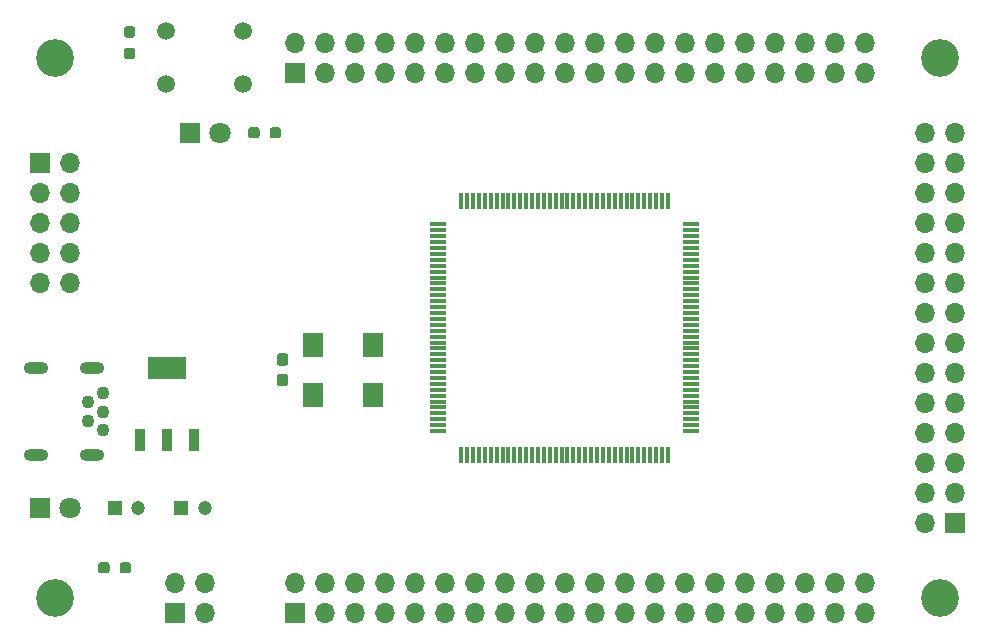
<source format=gbr>
%TF.GenerationSoftware,KiCad,Pcbnew,(5.1.9)-1*%
%TF.CreationDate,2021-02-04T20:28:27-06:00*%
%TF.ProjectId,Intel_10M02SCE144_Breakout_Board,496e7465-6c5f-4313-904d-303253434531,rev?*%
%TF.SameCoordinates,Original*%
%TF.FileFunction,Soldermask,Top*%
%TF.FilePolarity,Negative*%
%FSLAX46Y46*%
G04 Gerber Fmt 4.6, Leading zero omitted, Abs format (unit mm)*
G04 Created by KiCad (PCBNEW (5.1.9)-1) date 2021-02-04 20:28:27*
%MOMM*%
%LPD*%
G01*
G04 APERTURE LIST*
%ADD10R,1.475000X0.300000*%
%ADD11R,0.300000X1.475000*%
%ADD12C,1.200000*%
%ADD13R,1.200000X1.200000*%
%ADD14C,1.800000*%
%ADD15R,1.800000X1.800000*%
%ADD16R,1.700000X1.700000*%
%ADD17O,1.700000X1.700000*%
%ADD18R,3.200000X1.900000*%
%ADD19R,0.900000X1.900000*%
%ADD20C,1.500000*%
%ADD21R,1.800000X2.000000*%
%ADD22C,3.200000*%
%ADD23O,2.100000X1.000000*%
%ADD24C,1.100000*%
G04 APERTURE END LIST*
D10*
%TO.C,U1*%
X130232000Y-91580000D03*
X130232000Y-92080000D03*
X130232000Y-92580000D03*
X130232000Y-93080000D03*
X130232000Y-93580000D03*
X130232000Y-94080000D03*
X130232000Y-94580000D03*
X130232000Y-95080000D03*
X130232000Y-95580000D03*
X130232000Y-96080000D03*
X130232000Y-96580000D03*
X130232000Y-97080000D03*
X130232000Y-97580000D03*
X130232000Y-98080000D03*
X130232000Y-98580000D03*
X130232000Y-99080000D03*
X130232000Y-99580000D03*
X130232000Y-100080000D03*
X130232000Y-100580000D03*
X130232000Y-101080000D03*
X130232000Y-101580000D03*
X130232000Y-102080000D03*
X130232000Y-102580000D03*
X130232000Y-103080000D03*
X130232000Y-103580000D03*
X130232000Y-104080000D03*
X130232000Y-104580000D03*
X130232000Y-105080000D03*
X130232000Y-105580000D03*
X130232000Y-106080000D03*
X130232000Y-106580000D03*
X130232000Y-107080000D03*
X130232000Y-107580000D03*
X130232000Y-108080000D03*
X130232000Y-108580000D03*
X130232000Y-109080000D03*
D11*
X132220000Y-111068000D03*
X132720000Y-111068000D03*
X133220000Y-111068000D03*
X133720000Y-111068000D03*
X134220000Y-111068000D03*
X134720000Y-111068000D03*
X135220000Y-111068000D03*
X135720000Y-111068000D03*
X136220000Y-111068000D03*
X136720000Y-111068000D03*
X137220000Y-111068000D03*
X137720000Y-111068000D03*
X138220000Y-111068000D03*
X138720000Y-111068000D03*
X139220000Y-111068000D03*
X139720000Y-111068000D03*
X140220000Y-111068000D03*
X140720000Y-111068000D03*
X141220000Y-111068000D03*
X141720000Y-111068000D03*
X142220000Y-111068000D03*
X142720000Y-111068000D03*
X143220000Y-111068000D03*
X143720000Y-111068000D03*
X144220000Y-111068000D03*
X144720000Y-111068000D03*
X145220000Y-111068000D03*
X145720000Y-111068000D03*
X146220000Y-111068000D03*
X146720000Y-111068000D03*
X147220000Y-111068000D03*
X147720000Y-111068000D03*
X148220000Y-111068000D03*
X148720000Y-111068000D03*
X149220000Y-111068000D03*
X149720000Y-111068000D03*
D10*
X151708000Y-109080000D03*
X151708000Y-108580000D03*
X151708000Y-108080000D03*
X151708000Y-107580000D03*
X151708000Y-107080000D03*
X151708000Y-106580000D03*
X151708000Y-106080000D03*
X151708000Y-105580000D03*
X151708000Y-105080000D03*
X151708000Y-104580000D03*
X151708000Y-104080000D03*
X151708000Y-103580000D03*
X151708000Y-103080000D03*
X151708000Y-102580000D03*
X151708000Y-102080000D03*
X151708000Y-101580000D03*
X151708000Y-101080000D03*
X151708000Y-100580000D03*
X151708000Y-100080000D03*
X151708000Y-99580000D03*
X151708000Y-99080000D03*
X151708000Y-98580000D03*
X151708000Y-98080000D03*
X151708000Y-97580000D03*
X151708000Y-97080000D03*
X151708000Y-96580000D03*
X151708000Y-96080000D03*
X151708000Y-95580000D03*
X151708000Y-95080000D03*
X151708000Y-94580000D03*
X151708000Y-94080000D03*
X151708000Y-93580000D03*
X151708000Y-93080000D03*
X151708000Y-92580000D03*
X151708000Y-92080000D03*
X151708000Y-91580000D03*
D11*
X149720000Y-89592000D03*
X149220000Y-89592000D03*
X148720000Y-89592000D03*
X148220000Y-89592000D03*
X147720000Y-89592000D03*
X147220000Y-89592000D03*
X146720000Y-89592000D03*
X146220000Y-89592000D03*
X145720000Y-89592000D03*
X145220000Y-89592000D03*
X144720000Y-89592000D03*
X144220000Y-89592000D03*
X143720000Y-89592000D03*
X143220000Y-89592000D03*
X142720000Y-89592000D03*
X142220000Y-89592000D03*
X141720000Y-89592000D03*
X141220000Y-89592000D03*
X140720000Y-89592000D03*
X140220000Y-89592000D03*
X139720000Y-89592000D03*
X139220000Y-89592000D03*
X138720000Y-89592000D03*
X138220000Y-89592000D03*
X137720000Y-89592000D03*
X137220000Y-89592000D03*
X136720000Y-89592000D03*
X136220000Y-89592000D03*
X135720000Y-89592000D03*
X135220000Y-89592000D03*
X134720000Y-89592000D03*
X134220000Y-89592000D03*
X133720000Y-89592000D03*
X133220000Y-89592000D03*
X132720000Y-89592000D03*
X132220000Y-89592000D03*
%TD*%
D12*
%TO.C,C1*%
X104870000Y-115570000D03*
D13*
X102870000Y-115570000D03*
%TD*%
%TO.C,C2*%
X108490000Y-115570000D03*
D12*
X110490000Y-115570000D03*
%TD*%
%TO.C,C3*%
G36*
G01*
X117331500Y-103561000D02*
X116856500Y-103561000D01*
G75*
G02*
X116619000Y-103323500I0J237500D01*
G01*
X116619000Y-102723500D01*
G75*
G02*
X116856500Y-102486000I237500J0D01*
G01*
X117331500Y-102486000D01*
G75*
G02*
X117569000Y-102723500I0J-237500D01*
G01*
X117569000Y-103323500D01*
G75*
G02*
X117331500Y-103561000I-237500J0D01*
G01*
G37*
G36*
G01*
X117331500Y-105286000D02*
X116856500Y-105286000D01*
G75*
G02*
X116619000Y-105048500I0J237500D01*
G01*
X116619000Y-104448500D01*
G75*
G02*
X116856500Y-104211000I237500J0D01*
G01*
X117331500Y-104211000D01*
G75*
G02*
X117569000Y-104448500I0J-237500D01*
G01*
X117569000Y-105048500D01*
G75*
G02*
X117331500Y-105286000I-237500J0D01*
G01*
G37*
%TD*%
D14*
%TO.C,D1*%
X99060000Y-115570000D03*
D15*
X96520000Y-115570000D03*
%TD*%
%TO.C,D2*%
X109220000Y-83820000D03*
D14*
X111760000Y-83820000D03*
%TD*%
D16*
%TO.C,J2*%
X107950000Y-124460000D03*
D17*
X107950000Y-121920000D03*
X110490000Y-124460000D03*
X110490000Y-121920000D03*
%TD*%
%TO.C,J3*%
X166370000Y-121920000D03*
X166370000Y-124460000D03*
X163830000Y-121920000D03*
X163830000Y-124460000D03*
X161290000Y-121920000D03*
X161290000Y-124460000D03*
X158750000Y-121920000D03*
X158750000Y-124460000D03*
X156210000Y-121920000D03*
X156210000Y-124460000D03*
X153670000Y-121920000D03*
X153670000Y-124460000D03*
X151130000Y-121920000D03*
X151130000Y-124460000D03*
X148590000Y-121920000D03*
X148590000Y-124460000D03*
X146050000Y-121920000D03*
X146050000Y-124460000D03*
X143510000Y-121920000D03*
X143510000Y-124460000D03*
X140970000Y-121920000D03*
X140970000Y-124460000D03*
X138430000Y-121920000D03*
X138430000Y-124460000D03*
X135890000Y-121920000D03*
X135890000Y-124460000D03*
X133350000Y-121920000D03*
X133350000Y-124460000D03*
X130810000Y-121920000D03*
X130810000Y-124460000D03*
X128270000Y-121920000D03*
X128270000Y-124460000D03*
X125730000Y-121920000D03*
X125730000Y-124460000D03*
X123190000Y-121920000D03*
X123190000Y-124460000D03*
X120650000Y-121920000D03*
X120650000Y-124460000D03*
X118110000Y-121920000D03*
D16*
X118110000Y-124460000D03*
%TD*%
%TO.C,J4*%
X173990000Y-116840000D03*
D17*
X171450000Y-116840000D03*
X173990000Y-114300000D03*
X171450000Y-114300000D03*
X173990000Y-111760000D03*
X171450000Y-111760000D03*
X173990000Y-109220000D03*
X171450000Y-109220000D03*
X173990000Y-106680000D03*
X171450000Y-106680000D03*
X173990000Y-104140000D03*
X171450000Y-104140000D03*
X173990000Y-101600000D03*
X171450000Y-101600000D03*
X173990000Y-99060000D03*
X171450000Y-99060000D03*
X173990000Y-96520000D03*
X171450000Y-96520000D03*
X173990000Y-93980000D03*
X171450000Y-93980000D03*
X173990000Y-91440000D03*
X171450000Y-91440000D03*
X173990000Y-88900000D03*
X171450000Y-88900000D03*
X173990000Y-86360000D03*
X171450000Y-86360000D03*
X173990000Y-83820000D03*
X171450000Y-83820000D03*
%TD*%
D16*
%TO.C,J5*%
X118110000Y-78740000D03*
D17*
X118110000Y-76200000D03*
X120650000Y-78740000D03*
X120650000Y-76200000D03*
X123190000Y-78740000D03*
X123190000Y-76200000D03*
X125730000Y-78740000D03*
X125730000Y-76200000D03*
X128270000Y-78740000D03*
X128270000Y-76200000D03*
X130810000Y-78740000D03*
X130810000Y-76200000D03*
X133350000Y-78740000D03*
X133350000Y-76200000D03*
X135890000Y-78740000D03*
X135890000Y-76200000D03*
X138430000Y-78740000D03*
X138430000Y-76200000D03*
X140970000Y-78740000D03*
X140970000Y-76200000D03*
X143510000Y-78740000D03*
X143510000Y-76200000D03*
X146050000Y-78740000D03*
X146050000Y-76200000D03*
X148590000Y-78740000D03*
X148590000Y-76200000D03*
X151130000Y-78740000D03*
X151130000Y-76200000D03*
X153670000Y-78740000D03*
X153670000Y-76200000D03*
X156210000Y-78740000D03*
X156210000Y-76200000D03*
X158750000Y-78740000D03*
X158750000Y-76200000D03*
X161290000Y-78740000D03*
X161290000Y-76200000D03*
X163830000Y-78740000D03*
X163830000Y-76200000D03*
X166370000Y-78740000D03*
X166370000Y-76200000D03*
%TD*%
D16*
%TO.C,J6*%
X96520000Y-86360000D03*
D17*
X99060000Y-86360000D03*
X96520000Y-88900000D03*
X99060000Y-88900000D03*
X96520000Y-91440000D03*
X99060000Y-91440000D03*
X96520000Y-93980000D03*
X99060000Y-93980000D03*
X96520000Y-96520000D03*
X99060000Y-96520000D03*
%TD*%
D18*
%TO.C,PS1*%
X107315000Y-103757000D03*
D19*
X109615000Y-109857000D03*
X107315000Y-109857000D03*
X105015000Y-109857000D03*
%TD*%
%TO.C,R1*%
G36*
G01*
X101470000Y-120887500D02*
X101470000Y-120412500D01*
G75*
G02*
X101707500Y-120175000I237500J0D01*
G01*
X102207500Y-120175000D01*
G75*
G02*
X102445000Y-120412500I0J-237500D01*
G01*
X102445000Y-120887500D01*
G75*
G02*
X102207500Y-121125000I-237500J0D01*
G01*
X101707500Y-121125000D01*
G75*
G02*
X101470000Y-120887500I0J237500D01*
G01*
G37*
G36*
G01*
X103295000Y-120887500D02*
X103295000Y-120412500D01*
G75*
G02*
X103532500Y-120175000I237500J0D01*
G01*
X104032500Y-120175000D01*
G75*
G02*
X104270000Y-120412500I0J-237500D01*
G01*
X104270000Y-120887500D01*
G75*
G02*
X104032500Y-121125000I-237500J0D01*
G01*
X103532500Y-121125000D01*
G75*
G02*
X103295000Y-120887500I0J237500D01*
G01*
G37*
%TD*%
%TO.C,R14*%
G36*
G01*
X104377500Y-75775000D02*
X103902500Y-75775000D01*
G75*
G02*
X103665000Y-75537500I0J237500D01*
G01*
X103665000Y-75037500D01*
G75*
G02*
X103902500Y-74800000I237500J0D01*
G01*
X104377500Y-74800000D01*
G75*
G02*
X104615000Y-75037500I0J-237500D01*
G01*
X104615000Y-75537500D01*
G75*
G02*
X104377500Y-75775000I-237500J0D01*
G01*
G37*
G36*
G01*
X104377500Y-77600000D02*
X103902500Y-77600000D01*
G75*
G02*
X103665000Y-77362500I0J237500D01*
G01*
X103665000Y-76862500D01*
G75*
G02*
X103902500Y-76625000I237500J0D01*
G01*
X104377500Y-76625000D01*
G75*
G02*
X104615000Y-76862500I0J-237500D01*
G01*
X104615000Y-77362500D01*
G75*
G02*
X104377500Y-77600000I-237500J0D01*
G01*
G37*
%TD*%
%TO.C,R15*%
G36*
G01*
X114170000Y-84057500D02*
X114170000Y-83582500D01*
G75*
G02*
X114407500Y-83345000I237500J0D01*
G01*
X114907500Y-83345000D01*
G75*
G02*
X115145000Y-83582500I0J-237500D01*
G01*
X115145000Y-84057500D01*
G75*
G02*
X114907500Y-84295000I-237500J0D01*
G01*
X114407500Y-84295000D01*
G75*
G02*
X114170000Y-84057500I0J237500D01*
G01*
G37*
G36*
G01*
X115995000Y-84057500D02*
X115995000Y-83582500D01*
G75*
G02*
X116232500Y-83345000I237500J0D01*
G01*
X116732500Y-83345000D01*
G75*
G02*
X116970000Y-83582500I0J-237500D01*
G01*
X116970000Y-84057500D01*
G75*
G02*
X116732500Y-84295000I-237500J0D01*
G01*
X116232500Y-84295000D01*
G75*
G02*
X115995000Y-84057500I0J237500D01*
G01*
G37*
%TD*%
D20*
%TO.C,S1*%
X113740000Y-79720000D03*
X107240000Y-79720000D03*
X113740000Y-75220000D03*
X107240000Y-75220000D03*
%TD*%
D21*
%TO.C,Y1*%
X119634000Y-101786000D03*
X124714000Y-101786000D03*
X124714000Y-105986000D03*
X119634000Y-105986000D03*
%TD*%
D22*
%TO.C,H1*%
X97790000Y-77470000D03*
%TD*%
%TO.C,H2*%
X172720000Y-77470000D03*
%TD*%
%TO.C,H3*%
X97790000Y-123190000D03*
%TD*%
%TO.C,H4*%
X172720000Y-123190000D03*
%TD*%
D23*
%TO.C,J1*%
X100965000Y-103725000D03*
X96215000Y-111125000D03*
X96215000Y-103725000D03*
X100965000Y-111125000D03*
D24*
X100665000Y-106625000D03*
X101865000Y-107425000D03*
X101865000Y-109025000D03*
X101865000Y-105825000D03*
X100665000Y-108225000D03*
%TD*%
M02*

</source>
